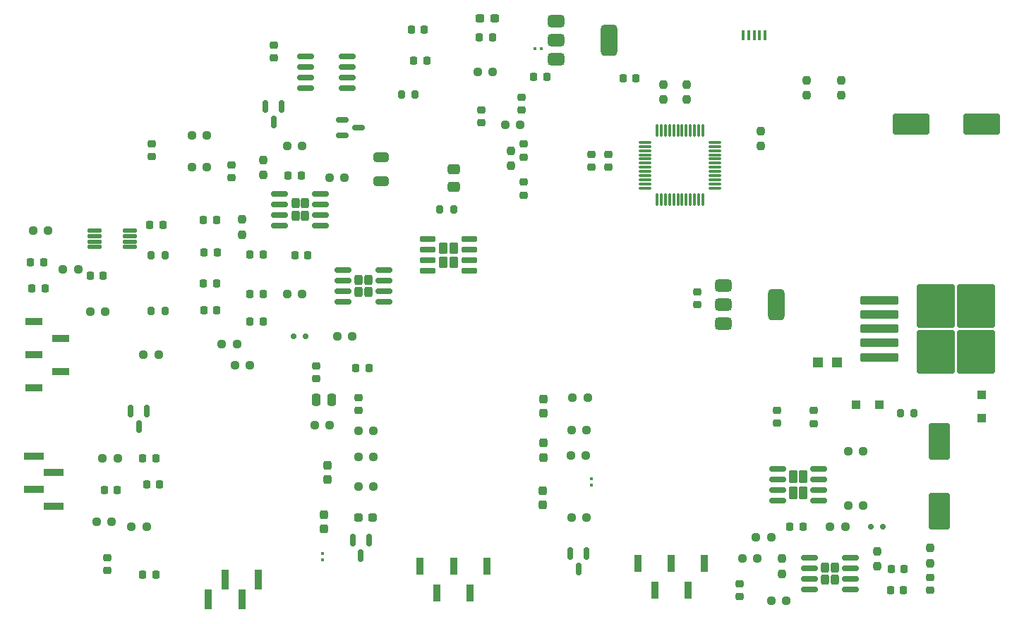
<source format=gbr>
%TF.GenerationSoftware,KiCad,Pcbnew,8.0.4*%
%TF.CreationDate,2024-09-29T16:10:45+07:00*%
%TF.ProjectId,Schematic_editted,53636865-6d61-4746-9963-5f6564697474,rev?*%
%TF.SameCoordinates,Original*%
%TF.FileFunction,Paste,Top*%
%TF.FilePolarity,Positive*%
%FSLAX46Y46*%
G04 Gerber Fmt 4.6, Leading zero omitted, Abs format (unit mm)*
G04 Created by KiCad (PCBNEW 8.0.4) date 2024-09-29 16:10:45*
%MOMM*%
%LPD*%
G01*
G04 APERTURE LIST*
G04 Aperture macros list*
%AMRoundRect*
0 Rectangle with rounded corners*
0 $1 Rounding radius*
0 $2 $3 $4 $5 $6 $7 $8 $9 X,Y pos of 4 corners*
0 Add a 4 corners polygon primitive as box body*
4,1,4,$2,$3,$4,$5,$6,$7,$8,$9,$2,$3,0*
0 Add four circle primitives for the rounded corners*
1,1,$1+$1,$2,$3*
1,1,$1+$1,$4,$5*
1,1,$1+$1,$6,$7*
1,1,$1+$1,$8,$9*
0 Add four rect primitives between the rounded corners*
20,1,$1+$1,$2,$3,$4,$5,0*
20,1,$1+$1,$4,$5,$6,$7,0*
20,1,$1+$1,$6,$7,$8,$9,0*
20,1,$1+$1,$8,$9,$2,$3,0*%
G04 Aperture macros list end*
%ADD10RoundRect,0.237500X-0.250000X-0.237500X0.250000X-0.237500X0.250000X0.237500X-0.250000X0.237500X0*%
%ADD11RoundRect,0.225000X0.250000X-0.225000X0.250000X0.225000X-0.250000X0.225000X-0.250000X-0.225000X0*%
%ADD12RoundRect,0.200000X-0.200000X-0.275000X0.200000X-0.275000X0.200000X0.275000X-0.200000X0.275000X0*%
%ADD13RoundRect,0.150000X-0.150000X0.587500X-0.150000X-0.587500X0.150000X-0.587500X0.150000X0.587500X0*%
%ADD14RoundRect,0.225000X-0.225000X-0.250000X0.225000X-0.250000X0.225000X0.250000X-0.225000X0.250000X0*%
%ADD15RoundRect,0.240000X-0.240000X-0.385000X0.240000X-0.385000X0.240000X0.385000X-0.240000X0.385000X0*%
%ADD16RoundRect,0.150000X-0.825000X-0.150000X0.825000X-0.150000X0.825000X0.150000X-0.825000X0.150000X0*%
%ADD17RoundRect,0.075000X-0.662500X-0.075000X0.662500X-0.075000X0.662500X0.075000X-0.662500X0.075000X0*%
%ADD18RoundRect,0.075000X-0.075000X-0.662500X0.075000X-0.662500X0.075000X0.662500X-0.075000X0.662500X0*%
%ADD19RoundRect,0.225000X-0.250000X0.225000X-0.250000X-0.225000X0.250000X-0.225000X0.250000X0.225000X0*%
%ADD20RoundRect,0.218750X-0.218750X-0.256250X0.218750X-0.256250X0.218750X0.256250X-0.218750X0.256250X0*%
%ADD21R,0.450000X1.300000*%
%ADD22RoundRect,0.237500X0.250000X0.237500X-0.250000X0.237500X-0.250000X-0.237500X0.250000X-0.237500X0*%
%ADD23RoundRect,0.237500X0.237500X-0.250000X0.237500X0.250000X-0.237500X0.250000X-0.237500X-0.250000X0*%
%ADD24RoundRect,0.237500X-0.237500X0.287500X-0.237500X-0.287500X0.237500X-0.287500X0.237500X0.287500X0*%
%ADD25RoundRect,0.237500X-0.237500X0.250000X-0.237500X-0.250000X0.237500X-0.250000X0.237500X0.250000X0*%
%ADD26RoundRect,0.218750X0.218750X0.256250X-0.218750X0.256250X-0.218750X-0.256250X0.218750X-0.256250X0*%
%ADD27RoundRect,0.150000X-0.587500X-0.150000X0.587500X-0.150000X0.587500X0.150000X-0.587500X0.150000X0*%
%ADD28R,0.900000X2.000000*%
%ADD29RoundRect,0.079500X-0.100500X0.079500X-0.100500X-0.079500X0.100500X-0.079500X0.100500X0.079500X0*%
%ADD30RoundRect,0.250000X1.000000X-1.950000X1.000000X1.950000X-1.000000X1.950000X-1.000000X-1.950000X0*%
%ADD31RoundRect,0.237500X0.287500X0.237500X-0.287500X0.237500X-0.287500X-0.237500X0.287500X-0.237500X0*%
%ADD32R,1.200000X1.250000*%
%ADD33RoundRect,0.225000X0.225000X0.250000X-0.225000X0.250000X-0.225000X-0.250000X0.225000X-0.250000X0*%
%ADD34RoundRect,0.079500X-0.079500X-0.100500X0.079500X-0.100500X0.079500X0.100500X-0.079500X0.100500X0*%
%ADD35RoundRect,0.200000X0.200000X0.275000X-0.200000X0.275000X-0.200000X-0.275000X0.200000X-0.275000X0*%
%ADD36RoundRect,0.250000X-0.250000X-0.475000X0.250000X-0.475000X0.250000X0.475000X-0.250000X0.475000X0*%
%ADD37R,0.850000X2.350000*%
%ADD38RoundRect,0.375000X-0.625000X-0.375000X0.625000X-0.375000X0.625000X0.375000X-0.625000X0.375000X0*%
%ADD39RoundRect,0.500000X-0.500000X-1.400000X0.500000X-1.400000X0.500000X1.400000X-0.500000X1.400000X0*%
%ADD40RoundRect,0.250000X-0.650000X0.325000X-0.650000X-0.325000X0.650000X-0.325000X0.650000X0.325000X0*%
%ADD41RoundRect,0.237500X0.300000X0.237500X-0.300000X0.237500X-0.300000X-0.237500X0.300000X-0.237500X0*%
%ADD42RoundRect,0.125000X0.687500X0.125000X-0.687500X0.125000X-0.687500X-0.125000X0.687500X-0.125000X0*%
%ADD43RoundRect,0.218750X-0.256250X0.218750X-0.256250X-0.218750X0.256250X-0.218750X0.256250X0.218750X0*%
%ADD44RoundRect,0.237500X0.237500X-0.287500X0.237500X0.287500X-0.237500X0.287500X-0.237500X-0.287500X0*%
%ADD45RoundRect,0.150000X-0.150000X-0.200000X0.150000X-0.200000X0.150000X0.200000X-0.150000X0.200000X0*%
%ADD46RoundRect,0.250000X-0.280000X-0.455000X0.280000X-0.455000X0.280000X0.455000X-0.280000X0.455000X0*%
%ADD47RoundRect,0.150000X-0.820000X-0.150000X0.820000X-0.150000X0.820000X0.150000X-0.820000X0.150000X0*%
%ADD48R,2.350000X0.850000*%
%ADD49RoundRect,0.150000X0.150000X0.200000X-0.150000X0.200000X-0.150000X-0.200000X0.150000X-0.200000X0*%
%ADD50RoundRect,0.218750X0.256250X-0.218750X0.256250X0.218750X-0.256250X0.218750X-0.256250X-0.218750X0*%
%ADD51RoundRect,0.250000X-2.050000X-0.300000X2.050000X-0.300000X2.050000X0.300000X-2.050000X0.300000X0*%
%ADD52RoundRect,0.250000X-2.025000X-2.375000X2.025000X-2.375000X2.025000X2.375000X-2.025000X2.375000X0*%
%ADD53RoundRect,0.250000X0.300000X-0.300000X0.300000X0.300000X-0.300000X0.300000X-0.300000X-0.300000X0*%
%ADD54RoundRect,0.250000X-0.255000X-0.545000X0.255000X-0.545000X0.255000X0.545000X-0.255000X0.545000X0*%
%ADD55RoundRect,0.250000X-0.300000X-0.300000X0.300000X-0.300000X0.300000X0.300000X-0.300000X0.300000X0*%
%ADD56RoundRect,0.250000X0.475000X-0.337500X0.475000X0.337500X-0.475000X0.337500X-0.475000X-0.337500X0*%
%ADD57R,2.000000X0.900000*%
%ADD58RoundRect,0.250000X1.950000X1.000000X-1.950000X1.000000X-1.950000X-1.000000X1.950000X-1.000000X0*%
G04 APERTURE END LIST*
D10*
%TO.C,R8*%
X170895000Y-135890000D03*
X172720000Y-135890000D03*
%TD*%
D11*
%TO.C,C4-1*%
X151128000Y-91457000D03*
X151128000Y-89907000D03*
%TD*%
D12*
%TO.C,R36*%
X98338900Y-108671400D03*
X99988900Y-108671400D03*
%TD*%
D13*
%TO.C,Q2*%
X124460000Y-136222500D03*
X122560000Y-136222500D03*
X123510000Y-138097500D03*
%TD*%
D14*
%TO.C,C14*%
X187045600Y-142240000D03*
X188595600Y-142240000D03*
%TD*%
D15*
%TO.C,U6*%
X115650000Y-95770000D03*
X115650000Y-97270000D03*
X116790000Y-95770000D03*
X116790000Y-97270000D03*
D16*
X113745000Y-94615000D03*
X113745000Y-95885000D03*
X113745000Y-97155000D03*
X113745000Y-98425000D03*
X118695000Y-98425000D03*
X118695000Y-97155000D03*
X118695000Y-95885000D03*
X118695000Y-94615000D03*
%TD*%
D10*
%TO.C,RV2*%
X91026700Y-108773000D03*
X92851700Y-108773000D03*
%TD*%
D17*
%TO.C,U4*%
X157633500Y-88440000D03*
X157633500Y-88940000D03*
X157633500Y-89440000D03*
X157633500Y-89940000D03*
X157633500Y-90440000D03*
X157633500Y-90940000D03*
X157633500Y-91440000D03*
X157633500Y-91940000D03*
X157633500Y-92440000D03*
X157633500Y-92940000D03*
X157633500Y-93440000D03*
X157633500Y-93940000D03*
D18*
X159046000Y-95352500D03*
X159546000Y-95352500D03*
X160046000Y-95352500D03*
X160546000Y-95352500D03*
X161046000Y-95352500D03*
X161546000Y-95352500D03*
X162046000Y-95352500D03*
X162546000Y-95352500D03*
X163046000Y-95352500D03*
X163546000Y-95352500D03*
X164046000Y-95352500D03*
X164546000Y-95352500D03*
D17*
X165958500Y-93940000D03*
X165958500Y-93440000D03*
X165958500Y-92940000D03*
X165958500Y-92440000D03*
X165958500Y-91940000D03*
X165958500Y-91440000D03*
X165958500Y-90940000D03*
X165958500Y-90440000D03*
X165958500Y-89940000D03*
X165958500Y-89440000D03*
X165958500Y-88940000D03*
X165958500Y-88440000D03*
D18*
X164546000Y-87027500D03*
X164046000Y-87027500D03*
X163546000Y-87027500D03*
X163046000Y-87027500D03*
X162546000Y-87027500D03*
X162046000Y-87027500D03*
X161546000Y-87027500D03*
X161046000Y-87027500D03*
X160546000Y-87027500D03*
X160046000Y-87027500D03*
X159546000Y-87027500D03*
X159046000Y-87027500D03*
%TD*%
D19*
%TO.C,C12*%
X191770000Y-140690000D03*
X191770000Y-142240000D03*
%TD*%
D20*
%TO.C,D7*%
X98927500Y-140350000D03*
X97352500Y-140350000D03*
%TD*%
D21*
%TO.C,J13*%
X171991000Y-75560000D03*
X171341000Y-75560000D03*
X170691000Y-75560000D03*
X170041000Y-75560000D03*
X169391000Y-75560000D03*
%TD*%
D22*
%TO.C,R26*%
X125015000Y-126234800D03*
X123190000Y-126234800D03*
%TD*%
D23*
%TO.C,R2\u002C2*%
X181100000Y-82808000D03*
X181100000Y-80983000D03*
%TD*%
D11*
%TO.C,C2-1*%
X143000000Y-94772000D03*
X143000000Y-93222000D03*
%TD*%
D24*
%TO.C,D17*%
X145323000Y-132012000D03*
X145323000Y-130262000D03*
%TD*%
D25*
%TO.C,R23*%
X111760000Y-90527500D03*
X111760000Y-92352500D03*
%TD*%
D22*
%TO.C,R3\u002C1*%
X142642500Y-86364000D03*
X140817500Y-86364000D03*
%TD*%
D12*
%TO.C,R27*%
X189899063Y-120935763D03*
X188249063Y-120935763D03*
%TD*%
%TO.C,R34*%
X98352100Y-101965800D03*
X100002100Y-101965800D03*
%TD*%
D22*
%TO.C,R4\u002C1*%
X139340500Y-80014000D03*
X137515500Y-80014000D03*
%TD*%
D11*
%TO.C,C17*%
X107950000Y-92710000D03*
X107950000Y-91160000D03*
%TD*%
D25*
%TO.C,R3*%
X141489000Y-89457250D03*
X141489000Y-91282250D03*
%TD*%
D26*
%TO.C,POWER_LED1*%
X92710000Y-130190000D03*
X94285000Y-130190000D03*
%TD*%
D19*
%TO.C,C33*%
X118110000Y-116840000D03*
X118110000Y-115290000D03*
%TD*%
D27*
%TO.C,Q5*%
X121315000Y-85730000D03*
X121315000Y-87630000D03*
X123190000Y-86680000D03*
%TD*%
D28*
%TO.C,J8*%
X164750000Y-139040000D03*
X162750000Y-142240000D03*
X160750000Y-139040000D03*
X158750000Y-142240000D03*
X156750000Y-139040000D03*
%TD*%
D10*
%TO.C,R17*%
X97790000Y-134620000D03*
X95965000Y-134620000D03*
%TD*%
D29*
%TO.C,POWER_LED2*%
X118907726Y-137849526D03*
X118907726Y-138539526D03*
%TD*%
D10*
%TO.C,R21*%
X114657500Y-88900000D03*
X116482500Y-88900000D03*
%TD*%
D11*
%TO.C,D2*%
X137920000Y-86123000D03*
X137920000Y-84573000D03*
%TD*%
D30*
%TO.C,C30*%
X192947063Y-124355763D03*
X192947063Y-132755763D03*
%TD*%
D22*
%TO.C,R28*%
X125015000Y-123110600D03*
X123190000Y-123110600D03*
%TD*%
D31*
%TO.C,D13*%
X124940000Y-133499200D03*
X123190000Y-133499200D03*
%TD*%
D32*
%TO.C,L1*%
X178335063Y-114839763D03*
X180635063Y-114839763D03*
%TD*%
D24*
%TO.C,D16*%
X145450000Y-120988400D03*
X145450000Y-119238400D03*
%TD*%
D23*
%TO.C,R6*%
X191770000Y-138985000D03*
X191770000Y-137160000D03*
%TD*%
D11*
%TO.C,C38*%
X98427300Y-90167800D03*
X98427300Y-88617800D03*
%TD*%
D33*
%TO.C,C22*%
X116345000Y-92440000D03*
X114795000Y-92440000D03*
%TD*%
D34*
%TO.C,104\u002C1*%
X144433000Y-77220000D03*
X145123000Y-77220000D03*
%TD*%
D22*
%TO.C,R38*%
X148904400Y-119072000D03*
X150729400Y-119072000D03*
%TD*%
D35*
%TO.C,R31*%
X134620000Y-96520000D03*
X132970000Y-96520000D03*
%TD*%
D33*
%TO.C,C15*%
X131090000Y-74930000D03*
X129540000Y-74930000D03*
%TD*%
D36*
%TO.C,C29*%
X118110000Y-119380000D03*
X120010000Y-119380000D03*
%TD*%
D22*
%TO.C,R1*%
X108638100Y-112659200D03*
X106813100Y-112659200D03*
%TD*%
D33*
%TO.C,C10*%
X188671800Y-139700000D03*
X187121800Y-139700000D03*
%TD*%
D14*
%TO.C,D1*%
X84050600Y-105998200D03*
X85600600Y-105998200D03*
%TD*%
D37*
%TO.C,J6*%
X105220000Y-143320000D03*
X107220000Y-140970000D03*
X109220000Y-143320000D03*
X111220000Y-140970000D03*
%TD*%
D38*
%TO.C,U1*%
X146962000Y-73904000D03*
X146962000Y-76204000D03*
D39*
X153262000Y-76204000D03*
D38*
X146962000Y-78504000D03*
%TD*%
D33*
%TO.C,C13*%
X131419600Y-78626000D03*
X129869600Y-78626000D03*
%TD*%
D13*
%TO.C,Q1*%
X96870000Y-122570000D03*
X95920000Y-120695000D03*
X97820000Y-120695000D03*
%TD*%
D15*
%TO.C,U7*%
X123240000Y-104930000D03*
X123240000Y-106430000D03*
X124380000Y-104930000D03*
X124380000Y-106430000D03*
D16*
X121335000Y-103775000D03*
X121335000Y-105045000D03*
X121335000Y-106315000D03*
X121335000Y-107585000D03*
X126285000Y-107585000D03*
X126285000Y-106315000D03*
X126285000Y-105045000D03*
X126285000Y-103775000D03*
%TD*%
D10*
%TO.C,R19*%
X103227500Y-91440000D03*
X105052500Y-91440000D03*
%TD*%
D19*
%TO.C,C1-1*%
X143000000Y-88650000D03*
X143000000Y-90200000D03*
%TD*%
D33*
%TO.C,C5*%
X139290500Y-75875500D03*
X137740500Y-75875500D03*
%TD*%
D40*
%TO.C,C31*%
X125933600Y-90193600D03*
X125933600Y-93143600D03*
%TD*%
D14*
%TO.C,C27*%
X110210000Y-109982000D03*
X111760000Y-109982000D03*
%TD*%
D41*
%TO.C,104\u002C3*%
X139533826Y-73593426D03*
X137808826Y-73593426D03*
%TD*%
D42*
%TO.C,U2*%
X95815400Y-101010400D03*
X95815400Y-100360400D03*
X95815400Y-99710400D03*
X95815400Y-99060400D03*
X91590400Y-99060400D03*
X91590400Y-99710400D03*
X91590400Y-100360400D03*
X91590400Y-101010400D03*
%TD*%
D14*
%TO.C,C26*%
X110210000Y-106680000D03*
X111760000Y-106680000D03*
%TD*%
D25*
%TO.C,R16*%
X109220000Y-97722200D03*
X109220000Y-99547200D03*
%TD*%
D10*
%TO.C,R30*%
X183803063Y-125507763D03*
X181978063Y-125507763D03*
%TD*%
D23*
%TO.C,R3\u002C4*%
X162558000Y-83316000D03*
X162558000Y-81491000D03*
%TD*%
D43*
%TO.C,D8*%
X93060000Y-139867500D03*
X93060000Y-138292500D03*
%TD*%
D38*
%TO.C,U11*%
X167030000Y-110250000D03*
D39*
X173330000Y-107950000D03*
D38*
X167030000Y-107950000D03*
X167030000Y-105650000D03*
%TD*%
D44*
%TO.C,D15*%
X145424600Y-124510200D03*
X145424600Y-126260200D03*
%TD*%
D25*
%TO.C,R9*%
X185420000Y-137517500D03*
X185420000Y-139342500D03*
%TD*%
D11*
%TO.C,C37*%
X113069600Y-78295800D03*
X113069600Y-76745800D03*
%TD*%
D14*
%TO.C,C6*%
X91048300Y-104480400D03*
X92598300Y-104480400D03*
%TD*%
D13*
%TO.C,Q3*%
X149600400Y-139717600D03*
X148650400Y-137842600D03*
X150550400Y-137842600D03*
%TD*%
D26*
%TO.C,SW1*%
X145792200Y-80598200D03*
X144217200Y-80598200D03*
%TD*%
D45*
%TO.C,D5*%
X186120000Y-134620000D03*
X184720000Y-134620000D03*
%TD*%
D44*
%TO.C,D10*%
X119110926Y-134875126D03*
X119110926Y-133125126D03*
%TD*%
D22*
%TO.C,R12*%
X183792500Y-132080000D03*
X181967500Y-132080000D03*
%TD*%
D10*
%TO.C,R7*%
X84177500Y-99060000D03*
X86002500Y-99060000D03*
%TD*%
D22*
%TO.C,R29*%
X119767526Y-122417726D03*
X117942526Y-122417726D03*
%TD*%
D12*
%TO.C,R32*%
X128360400Y-82727800D03*
X130010400Y-82727800D03*
%TD*%
D23*
%TO.C,R2\u002C1*%
X171448000Y-88904000D03*
X171448000Y-87079000D03*
%TD*%
D14*
%TO.C,C19*%
X115570000Y-102017500D03*
X117120000Y-102017500D03*
%TD*%
D22*
%TO.C,R37*%
X148781200Y-122958200D03*
X150606200Y-122958200D03*
%TD*%
D10*
%TO.C,R20*%
X119737500Y-92710000D03*
X121562500Y-92710000D03*
%TD*%
D46*
%TO.C,U10*%
X133350000Y-101120000D03*
X133350000Y-102870000D03*
X134660000Y-101120000D03*
X134660000Y-102870000D03*
D47*
X131525000Y-100090000D03*
X131525000Y-101360000D03*
X131525000Y-102630000D03*
X131525000Y-103900000D03*
X136485000Y-103900000D03*
X136485000Y-102630000D03*
X136485000Y-101360000D03*
X136485000Y-100090000D03*
%TD*%
D10*
%TO.C,RV3*%
X103227500Y-87630000D03*
X105052500Y-87630000D03*
%TD*%
%TO.C,R15*%
X93622500Y-134000000D03*
X91797500Y-134000000D03*
%TD*%
%TO.C,R2*%
X179785000Y-134620000D03*
X181610000Y-134620000D03*
%TD*%
D13*
%TO.C,Q4*%
X113980000Y-84152500D03*
X112080000Y-84152500D03*
X113030000Y-86027500D03*
%TD*%
D48*
%TO.C,J2*%
X84317100Y-126115600D03*
X86667100Y-128115600D03*
X84317100Y-130115600D03*
X86667100Y-132115600D03*
%TD*%
D23*
%TO.C,RV1*%
X173990000Y-140255000D03*
X173990000Y-138430000D03*
%TD*%
D29*
%TO.C,POWER_LED3*%
X151130000Y-129565000D03*
X151130000Y-128875000D03*
%TD*%
D49*
%TO.C,D9*%
X115440000Y-111760000D03*
X116840000Y-111760000D03*
%TD*%
D20*
%TO.C,D4*%
X83898400Y-102870000D03*
X85473400Y-102870000D03*
%TD*%
D14*
%TO.C,C8*%
X97790000Y-129540000D03*
X99340000Y-129540000D03*
%TD*%
D10*
%TO.C,R13*%
X94330000Y-126380000D03*
X92505000Y-126380000D03*
%TD*%
D22*
%TO.C,R22*%
X116482500Y-106680000D03*
X114657500Y-106680000D03*
%TD*%
D23*
%TO.C,R3\u002C3*%
X176987100Y-82808000D03*
X176987100Y-80983000D03*
%TD*%
D10*
%TO.C,R18*%
X110225800Y-115213900D03*
X108400800Y-115213900D03*
%TD*%
D22*
%TO.C,R33*%
X148753900Y-133499200D03*
X150578900Y-133499200D03*
%TD*%
D16*
%TO.C,Q6*%
X116905000Y-78105000D03*
X116905000Y-79375000D03*
X116905000Y-80645000D03*
X116905000Y-81915000D03*
X121855000Y-81915000D03*
X121855000Y-80645000D03*
X121855000Y-79375000D03*
X121855000Y-78105000D03*
%TD*%
D11*
%TO.C,C32*%
X163830000Y-106400000D03*
X163830000Y-107950000D03*
%TD*%
D19*
%TO.C,C36*%
X123190000Y-119100000D03*
X123190000Y-120650000D03*
%TD*%
D50*
%TO.C,D3*%
X142746000Y-84586000D03*
X142746000Y-83011000D03*
%TD*%
D10*
%TO.C,R4*%
X87759300Y-103718400D03*
X89584300Y-103718400D03*
%TD*%
D51*
%TO.C,U8*%
X185739237Y-114239237D03*
X185739237Y-112539237D03*
D52*
X197314237Y-113614237D03*
X197314237Y-108064237D03*
X192464237Y-113614237D03*
X192464237Y-108064237D03*
D51*
X185739237Y-110839237D03*
X185739237Y-109139237D03*
X185739237Y-107439237D03*
%TD*%
D15*
%TO.C,U3*%
X179200000Y-139470000D03*
X179200000Y-140970000D03*
X180340000Y-139470000D03*
X180340000Y-140970000D03*
D16*
X177295000Y-138315000D03*
X177295000Y-139585000D03*
X177295000Y-140855000D03*
X177295000Y-142125000D03*
X182245000Y-142125000D03*
X182245000Y-140855000D03*
X182245000Y-139585000D03*
X182245000Y-138315000D03*
%TD*%
D53*
%TO.C,D11*%
X198027063Y-118773763D03*
X198027063Y-121573763D03*
%TD*%
D54*
%TO.C,U5*%
X175360000Y-128590000D03*
X175360000Y-130490000D03*
X176560000Y-128590000D03*
X176560000Y-130490000D03*
D16*
X173485000Y-127635000D03*
X173485000Y-128905000D03*
X173485000Y-130175000D03*
X173485000Y-131445000D03*
X178435000Y-131445000D03*
X178435000Y-130175000D03*
X178435000Y-128905000D03*
X178435000Y-127635000D03*
%TD*%
D20*
%TO.C,D19*%
X98198500Y-98359000D03*
X99773500Y-98359000D03*
%TD*%
D55*
%TO.C,D14*%
X185711063Y-119919763D03*
X182911063Y-119919763D03*
%TD*%
D25*
%TO.C,R14*%
X159764000Y-81491000D03*
X159764000Y-83316000D03*
%TD*%
D56*
%TO.C,C28*%
X134620000Y-93747500D03*
X134620000Y-91672500D03*
%TD*%
D22*
%TO.C,R11*%
X99238000Y-113900600D03*
X97413000Y-113900600D03*
%TD*%
D57*
%TO.C,J7*%
X84305100Y-109954600D03*
X87505100Y-111954600D03*
X84305100Y-113954600D03*
X87505100Y-115954600D03*
X84305100Y-117954600D03*
%TD*%
D22*
%TO.C,R10*%
X171092500Y-138430000D03*
X169267500Y-138430000D03*
%TD*%
D44*
%TO.C,D12*%
X119542726Y-128945526D03*
X119542726Y-127195526D03*
%TD*%
D22*
%TO.C,R35*%
X148679600Y-126031600D03*
X150504600Y-126031600D03*
%TD*%
D28*
%TO.C,J9*%
X138620000Y-139370000D03*
X136620000Y-142570000D03*
X134620000Y-139370000D03*
X132620000Y-142570000D03*
X130620000Y-139370000D03*
%TD*%
D22*
%TO.C,R24*%
X122475000Y-111760000D03*
X120650000Y-111760000D03*
%TD*%
D58*
%TO.C,C25*%
X197958237Y-86220237D03*
X189558237Y-86220237D03*
%TD*%
D14*
%TO.C,104\u002C5*%
X156488000Y-80776000D03*
X154938000Y-80776000D03*
%TD*%
D26*
%TO.C,D6*%
X97352500Y-126380000D03*
X98927500Y-126380000D03*
%TD*%
D14*
%TO.C,C24*%
X110210000Y-101900800D03*
X111760000Y-101900800D03*
%TD*%
D22*
%TO.C,R25*%
X125015000Y-129790800D03*
X123190000Y-129790800D03*
%TD*%
D19*
%TO.C,C3*%
X168910000Y-141465000D03*
X168910000Y-143015000D03*
%TD*%
D11*
%TO.C,C11*%
X177800000Y-122200000D03*
X177800000Y-120650000D03*
%TD*%
D19*
%TO.C,C16*%
X173466652Y-120625252D03*
X173466652Y-122175252D03*
%TD*%
D22*
%TO.C,R5*%
X174545000Y-143510000D03*
X172720000Y-143510000D03*
%TD*%
D14*
%TO.C,C21*%
X104635000Y-105410000D03*
X106185000Y-105410000D03*
%TD*%
%TO.C,C4*%
X122910000Y-115570000D03*
X124460000Y-115570000D03*
%TD*%
%TO.C,C20*%
X104711800Y-101650800D03*
X106261800Y-101650800D03*
%TD*%
%TO.C,C7*%
X174980000Y-134620000D03*
X176530000Y-134620000D03*
%TD*%
D33*
%TO.C,C23*%
X106236400Y-108635800D03*
X104686400Y-108635800D03*
%TD*%
%TO.C,C18*%
X106185000Y-97790000D03*
X104635000Y-97790000D03*
%TD*%
D11*
%TO.C,C3-1*%
X153160000Y-91457000D03*
X153160000Y-89907000D03*
%TD*%
M02*

</source>
